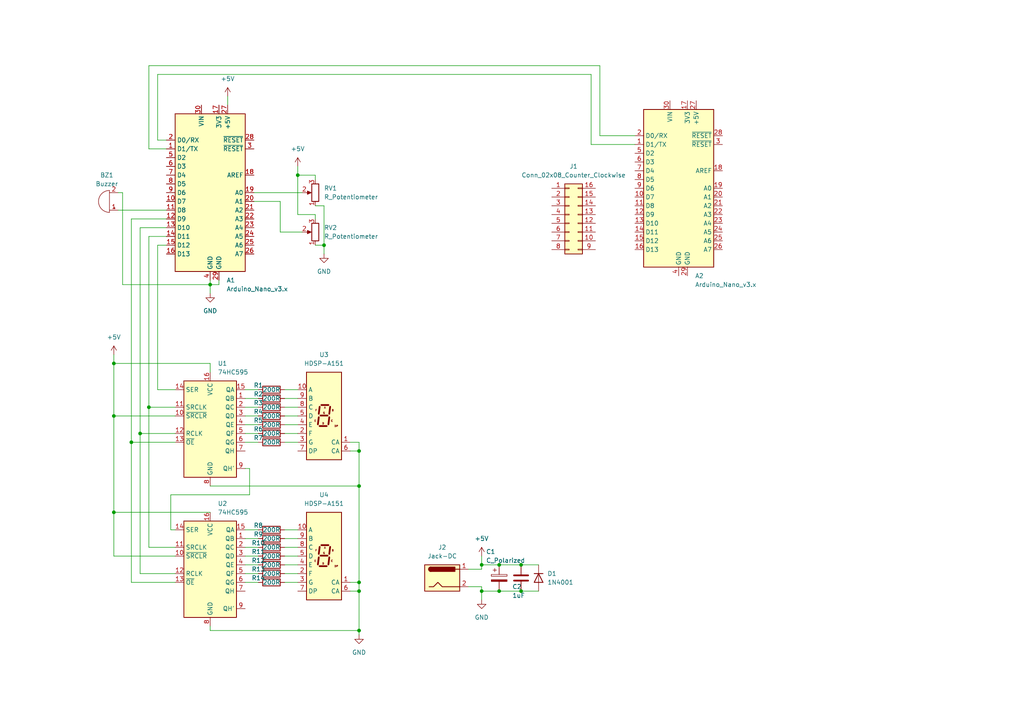
<source format=kicad_sch>
(kicad_sch (version 20230121) (generator eeschema)
  (paper "A4")
  (lib_symbols
    (symbol "74xx:74HC595"
      (property "Reference" "U" (at -7.62 13.97 0))
      (property "Value" "74HC595" (at -7.62 -16.51 0))
      (symbol "74HC595_1_0"
        (pin tri_state line (at 10.16 7.62 180) (length 2.54) (name "QB") (number "1"))
        (pin input line (at -10.16 2.54 0) (length 2.54) (name "~{SRCLR}") (number "10"))
        (pin input line (at -10.16 5.08 0) (length 2.54) (name "SRCLK") (number "11"))
        (pin input line (at -10.16 -2.54 0) (length 2.54) (name "RCLK") (number "12"))
        (pin input line (at -10.16 -5.08 0) (length 2.54) (name "~{OE}") (number "13"))
        (pin input line (at -10.16 10.16 0) (length 2.54) (name "SER") (number "14"))
        (pin tri_state line (at 10.16 10.16 180) (length 2.54) (name "QA") (number "15"))
        (pin power_in line (at 0 15.24 270) (length 2.54) (name "VCC") (number "16"))
        (pin tri_state line (at 10.16 5.08 180) (length 2.54) (name "QC") (number "2"))
        (pin tri_state line (at 10.16 2.54 180) (length 2.54) (name "QD") (number "3"))
        (pin tri_state line (at 10.16 0 180) (length 2.54) (name "QE") (number "4"))
        (pin tri_state line (at 10.16 -2.54 180) (length 2.54) (name "QF") (number "5"))
        (pin tri_state line (at 10.16 -5.08 180) (length 2.54) (name "QG") (number "6"))
        (pin tri_state line (at 10.16 -7.62 180) (length 2.54) (name "QH") (number "7"))
        (pin power_in line (at 0 -17.78 90) (length 2.54) (name "GND") (number "8"))
        (pin output line (at 10.16 -12.7 180) (length 2.54) (name "QH'") (number "9"))
      )
      (symbol "74HC595_1_1"
        (rectangle (start -7.62 12.7) (end 7.62 -15.24) (stroke (width 0.254)) (fill (type background)))
      )
    )
    (symbol "Connector:Jack-DC" (pin_names (offset 1.016))
      (property "Reference" "J" (at 0 5.334 0))
      (property "Value" "Jack-DC" (at 0 -5.08 0))
      (symbol "Jack-DC_0_1"
        (rectangle (start -5.08 3.81) (end 5.08 -3.81) (stroke (width 0.254)) (fill (type background)))
        (arc (start -3.302 3.175) (mid -3.9343 2.54) (end -3.302 1.905) (stroke (width 0.254)))
        (arc (start -3.302 3.175) (mid -3.9343 2.54) (end -3.302 1.905) (stroke (width 0.254)) (fill (type outline)))
        (polyline (pts (xy 5.08 2.54) (xy 3.81 2.54)) (stroke (width 0.254)))
        (polyline (pts (xy -3.81 -2.54) (xy -2.54 -2.54) (xy -1.27 -1.27) (xy 0 -2.54) (xy 2.54 -2.54) (xy 5.08 -2.54)) (stroke (width 0.254)))
        (rectangle (start 3.683 3.175) (end -3.302 1.905) (stroke (width 0.254)) (fill (type outline)))
      )
      (symbol "Jack-DC_1_1"
        (pin passive line (at 7.62 2.54 180) (length 2.54) (name "~") (number "1"))
        (pin passive line (at 7.62 -2.54 180) (length 2.54) (name "~") (number "2"))
      )
    )
    (symbol "Connector_Generic:Conn_02x08_Counter_Clockwise" (pin_names (offset 1.016) hide)
      (property "Reference" "J" (at 1.27 10.16 0))
      (property "Value" "Conn_02x08_Counter_Clockwise" (at 1.27 -12.7 0))
      (symbol "Conn_02x08_Counter_Clockwise_1_1"
        (rectangle (start -1.27 -10.033) (end 0 -10.287) (stroke (width 0.1524)))
        (rectangle (start -1.27 -7.493) (end 0 -7.747) (stroke (width 0.1524)))
        (rectangle (start -1.27 -4.953) (end 0 -5.207) (stroke (width 0.1524)))
        (rectangle (start -1.27 -2.413) (end 0 -2.667) (stroke (width 0.1524)))
        (rectangle (start -1.27 0.127) (end 0 -0.127) (stroke (width 0.1524)))
        (rectangle (start -1.27 2.667) (end 0 2.413) (stroke (width 0.1524)))
        (rectangle (start -1.27 5.207) (end 0 4.953) (stroke (width 0.1524)))
        (rectangle (start -1.27 7.747) (end 0 7.493) (stroke (width 0.1524)))
        (rectangle (start -1.27 8.89) (end 3.81 -11.43) (stroke (width 0.254)) (fill (type background)))
        (rectangle (start 3.81 -10.033) (end 2.54 -10.287) (stroke (width 0.1524)))
        (rectangle (start 3.81 -7.493) (end 2.54 -7.747) (stroke (width 0.1524)))
        (rectangle (start 3.81 -4.953) (end 2.54 -5.207) (stroke (width 0.1524)))
        (rectangle (start 3.81 -2.413) (end 2.54 -2.667) (stroke (width 0.1524)))
        (rectangle (start 3.81 0.127) (end 2.54 -0.127) (stroke (width 0.1524)))
        (rectangle (start 3.81 2.667) (end 2.54 2.413) (stroke (width 0.1524)))
        (rectangle (start 3.81 5.207) (end 2.54 4.953) (stroke (width 0.1524)))
        (rectangle (start 3.81 7.747) (end 2.54 7.493) (stroke (width 0.1524)))
        (pin passive line (at -5.08 7.62 0) (length 3.81) (name "Pin_1") (number "1"))
        (pin passive line (at 7.62 -7.62 180) (length 3.81) (name "Pin_10") (number "10"))
        (pin passive line (at 7.62 -5.08 180) (length 3.81) (name "Pin_11") (number "11"))
        (pin passive line (at 7.62 -2.54 180) (length 3.81) (name "Pin_12") (number "12"))
        (pin passive line (at 7.62 0 180) (length 3.81) (name "Pin_13") (number "13"))
        (pin passive line (at 7.62 2.54 180) (length 3.81) (name "Pin_14") (number "14"))
        (pin passive line (at 7.62 5.08 180) (length 3.81) (name "Pin_15") (number "15"))
        (pin passive line (at 7.62 7.62 180) (length 3.81) (name "Pin_16") (number "16"))
        (pin passive line (at -5.08 5.08 0) (length 3.81) (name "Pin_2") (number "2"))
        (pin passive line (at -5.08 2.54 0) (length 3.81) (name "Pin_3") (number "3"))
        (pin passive line (at -5.08 0 0) (length 3.81) (name "Pin_4") (number "4"))
        (pin passive line (at -5.08 -2.54 0) (length 3.81) (name "Pin_5") (number "5"))
        (pin passive line (at -5.08 -5.08 0) (length 3.81) (name "Pin_6") (number "6"))
        (pin passive line (at -5.08 -7.62 0) (length 3.81) (name "Pin_7") (number "7"))
        (pin passive line (at -5.08 -10.16 0) (length 3.81) (name "Pin_8") (number "8"))
        (pin passive line (at 7.62 -10.16 180) (length 3.81) (name "Pin_9") (number "9"))
      )
    )
    (symbol "Device:Buzzer" (pin_names (offset 0.0254) hide)
      (property "Reference" "BZ" (at 3.81 1.27 0))
      (property "Value" "Buzzer" (at 3.81 -1.27 0))
      (symbol "Buzzer_0_1"
        (arc (start 0 -3.175) (mid 3.1612 0) (end 0 3.175))
        (polyline (pts (xy -1.651 1.905) (xy -1.143 1.905)))
        (polyline (pts (xy -1.397 2.159) (xy -1.397 1.651)))
        (polyline (pts (xy 0 3.175) (xy 0 -3.175)))
      )
      (symbol "Buzzer_1_1"
        (pin passive line (at -2.54 2.54 0) (length 2.54) (name "-") (number "1"))
        (pin passive line (at -2.54 -2.54 0) (length 2.54) (name "+") (number "2"))
      )
    )
    (symbol "Device:C" (pin_numbers hide) (pin_names (offset 0.254))
      (property "Reference" "C" (at 0.635 2.54 0))
      (property "Value" "C" (at 0.635 -2.54 0))
      (symbol "C_0_1"
        (polyline (pts (xy -2.032 -0.762) (xy 2.032 -0.762)) (stroke (width 0.508)))
        (polyline (pts (xy -2.032 0.762) (xy 2.032 0.762)) (stroke (width 0.508)))
      )
      (symbol "C_1_1"
        (pin passive line (at 0 3.81 270) (length 2.794) (name "~") (number "1"))
        (pin passive line (at 0 -3.81 90) (length 2.794) (name "~") (number "2"))
      )
    )
    (symbol "Device:C_Polarized" (pin_numbers hide) (pin_names (offset 0.254))
      (property "Reference" "C" (at 0.635 2.54 0))
      (property "Value" "C_Polarized" (at 0.635 -2.54 0))
      (symbol "C_Polarized_0_1"
        (rectangle (start -2.286 0.508) (end 2.286 1.016))
        (polyline (pts (xy -1.778 2.286) (xy -0.762 2.286)))
        (polyline (pts (xy -1.27 2.794) (xy -1.27 1.778)))
        (rectangle (start 2.286 -0.508) (end -2.286 -1.016) (fill (type outline)))
      )
      (symbol "C_Polarized_1_1"
        (pin passive line (at 0 3.81 270) (length 2.794) (name "~") (number "1"))
        (pin passive line (at 0 -3.81 90) (length 2.794) (name "~") (number "2"))
      )
    )
    (symbol "Device:R" (pin_numbers hide) (pin_names (offset 0))
      (property "Reference" "R" (at 2.032 0 90))
      (property "Value" "R" (at 0 0 90))
      (symbol "R_0_1"
        (rectangle (start -1.016 -2.54) (end 1.016 2.54) (stroke (width 0.254)))
      )
      (symbol "R_1_1"
        (pin passive line (at 0 3.81 270) (length 1.27) (name "~") (number "1"))
        (pin passive line (at 0 -3.81 90) (length 1.27) (name "~") (number "2"))
      )
    )
    (symbol "Device:R_Potentiometer" (pin_names (offset 1.016) hide)
      (property "Reference" "RV" (at -4.445 0 90))
      (property "Value" "R_Potentiometer" (at -2.54 0 90))
      (symbol "R_Potentiometer_0_1"
        (polyline (pts (xy 2.54 0) (xy 1.524 0)))
        (polyline (pts (xy 1.143 0) (xy 2.286 0.508) (xy 2.286 -0.508) (xy 1.143 0)) (fill (type outline)))
        (rectangle (start 1.016 2.54) (end -1.016 -2.54) (stroke (width 0.254)))
      )
      (symbol "R_Potentiometer_1_1"
        (pin passive line (at 0 3.81 270) (length 1.27) (name "1") (number "1"))
        (pin passive line (at 3.81 0 180) (length 1.27) (name "2") (number "2"))
        (pin passive line (at 0 -3.81 90) (length 1.27) (name "3") (number "3"))
      )
    )
    (symbol "Diode:1N4001" (pin_numbers hide) (pin_names hide)
      (property "Reference" "D" (at 0 2.54 0))
      (property "Value" "1N4001" (at 0 -2.54 0))
      (symbol "1N4001_0_1"
        (polyline (pts (xy -1.27 1.27) (xy -1.27 -1.27)) (stroke (width 0.254)))
        (polyline (pts (xy 1.27 0) (xy -1.27 0)))
        (polyline (pts (xy 1.27 1.27) (xy 1.27 -1.27) (xy -1.27 0) (xy 1.27 1.27)) (stroke (width 0.254)))
      )
      (symbol "1N4001_1_1"
        (pin passive line (at -3.81 0 0) (length 2.54) (name "K") (number "1"))
        (pin passive line (at 3.81 0 180) (length 2.54) (name "A") (number "2"))
      )
    )
    (symbol "Display_Character:HDSP-A151"
      (property "Reference" "U" (at -3.81 13.97 0))
      (property "Value" "HDSP-A151" (at 6.35 13.97 0))
      (symbol "HDSP-A151_1_0"
        (text "A" (at 0.254 2.413 0) (effects (font (size 0.508 0.508))))
        (text "B" (at 2.54 1.651 0) (effects (font (size 0.508 0.508))))
        (text "C" (at 2.286 -1.397 0) (effects (font (size 0.508 0.508))))
        (text "D" (at -0.254 -2.159 0) (effects (font (size 0.508 0.508))))
        (text "DP" (at 3.556 -2.921 0) (effects (font (size 0.508 0.508))))
        (text "E" (at -2.54 -1.397 0) (effects (font (size 0.508 0.508))))
        (text "F" (at -2.286 1.651 0) (effects (font (size 0.508 0.508))))
        (text "G" (at 0 0.889 0) (effects (font (size 0.508 0.508))))
      )
      (symbol "HDSP-A151_1_1"
        (rectangle (start -5.08 12.7) (end 5.08 -12.7) (stroke (width 0.254)) (fill (type background)))
        (polyline (pts (xy -1.524 -0.381) (xy -1.778 -2.413)) (stroke (width 0.508)))
        (polyline (pts (xy -1.27 -2.921) (xy 0.762 -2.921)) (stroke (width 0.508)))
        (polyline (pts (xy -1.27 2.667) (xy -1.524 0.635)) (stroke (width 0.508)))
        (polyline (pts (xy -1.016 0.127) (xy 1.016 0.127)) (stroke (width 0.508)))
        (polyline (pts (xy -0.762 3.175) (xy 1.27 3.175)) (stroke (width 0.508)))
        (polyline (pts (xy 1.524 -0.381) (xy 1.27 -2.413)) (stroke (width 0.508)))
        (polyline (pts (xy 1.778 2.667) (xy 1.524 0.635)) (stroke (width 0.508)))
        (polyline (pts (xy 2.54 -2.921) (xy 2.54 -2.921)) (stroke (width 0.508)))
        (pin input line (at 7.62 -7.62 180) (length 2.54) (name "CA") (number "1"))
        (pin input line (at -7.62 7.62 0) (length 2.54) (name "A") (number "10"))
        (pin input line (at -7.62 -5.08 0) (length 2.54) (name "F") (number "2"))
        (pin input line (at -7.62 -7.62 0) (length 2.54) (name "G") (number "3"))
        (pin input line (at -7.62 -2.54 0) (length 2.54) (name "E") (number "4"))
        (pin input line (at -7.62 0 0) (length 2.54) (name "D") (number "5"))
        (pin input line (at 7.62 -10.16 180) (length 2.54) (name "CA") (number "6"))
        (pin input line (at -7.62 -10.16 0) (length 2.54) (name "DP") (number "7"))
        (pin input line (at -7.62 2.54 0) (length 2.54) (name "C") (number "8"))
        (pin input line (at -7.62 5.08 0) (length 2.54) (name "B") (number "9"))
      )
    )
    (symbol "MCU_Module:Arduino_Nano_v3.x"
      (property "Reference" "A" (at -10.16 23.495 0))
      (property "Value" "Arduino_Nano_v3.x" (at 5.08 -24.13 0))
      (symbol "Arduino_Nano_v3.x_0_1"
        (rectangle (start -10.16 22.86) (end 10.16 -22.86) (stroke (width 0.254)) (fill (type background)))
      )
      (symbol "Arduino_Nano_v3.x_1_1"
        (pin bidirectional line (at -12.7 12.7 0) (length 2.54) (name "D1/TX") (number "1"))
        (pin bidirectional line (at -12.7 -2.54 0) (length 2.54) (name "D7") (number "10"))
        (pin bidirectional line (at -12.7 -5.08 0) (length 2.54) (name "D8") (number "11"))
        (pin bidirectional line (at -12.7 -7.62 0) (length 2.54) (name "D9") (number "12"))
        (pin bidirectional line (at -12.7 -10.16 0) (length 2.54) (name "D10") (number "13"))
        (pin bidirectional line (at -12.7 -12.7 0) (length 2.54) (name "D11") (number "14"))
        (pin bidirectional line (at -12.7 -15.24 0) (length 2.54) (name "D12") (number "15"))
        (pin bidirectional line (at -12.7 -17.78 0) (length 2.54) (name "D13") (number "16"))
        (pin power_out line (at 2.54 25.4 270) (length 2.54) (name "3V3") (number "17"))
        (pin input line (at 12.7 5.08 180) (length 2.54) (name "AREF") (number "18"))
        (pin bidirectional line (at 12.7 0 180) (length 2.54) (name "A0") (number "19"))
        (pin bidirectional line (at -12.7 15.24 0) (length 2.54) (name "D0/RX") (number "2"))
        (pin bidirectional line (at 12.7 -2.54 180) (length 2.54) (name "A1") (number "20"))
        (pin bidirectional line (at 12.7 -5.08 180) (length 2.54) (name "A2") (number "21"))
        (pin bidirectional line (at 12.7 -7.62 180) (length 2.54) (name "A3") (number "22"))
        (pin bidirectional line (at 12.7 -10.16 180) (length 2.54) (name "A4") (number "23"))
        (pin bidirectional line (at 12.7 -12.7 180) (length 2.54) (name "A5") (number "24"))
        (pin bidirectional line (at 12.7 -15.24 180) (length 2.54) (name "A6") (number "25"))
        (pin bidirectional line (at 12.7 -17.78 180) (length 2.54) (name "A7") (number "26"))
        (pin power_out line (at 5.08 25.4 270) (length 2.54) (name "+5V") (number "27"))
        (pin input line (at 12.7 15.24 180) (length 2.54) (name "~{RESET}") (number "28"))
        (pin power_in line (at 2.54 -25.4 90) (length 2.54) (name "GND") (number "29"))
        (pin input line (at 12.7 12.7 180) (length 2.54) (name "~{RESET}") (number "3"))
        (pin power_in line (at -2.54 25.4 270) (length 2.54) (name "VIN") (number "30"))
        (pin power_in line (at 0 -25.4 90) (length 2.54) (name "GND") (number "4"))
        (pin bidirectional line (at -12.7 10.16 0) (length 2.54) (name "D2") (number "5"))
        (pin bidirectional line (at -12.7 7.62 0) (length 2.54) (name "D3") (number "6"))
        (pin bidirectional line (at -12.7 5.08 0) (length 2.54) (name "D4") (number "7"))
        (pin bidirectional line (at -12.7 2.54 0) (length 2.54) (name "D5") (number "8"))
        (pin bidirectional line (at -12.7 0 0) (length 2.54) (name "D6") (number "9"))
      )
    )
    (symbol "power:+5V" (power) (pin_names (offset 0))
      (property "Value" "+5V" (at 0 3.556 0))
      (symbol "+5V_0_1"
        (polyline (pts (xy -0.762 1.27) (xy 0 2.54)))
        (polyline (pts (xy 0 0) (xy 0 2.54)))
        (polyline (pts (xy 0 2.54) (xy 0.762 1.27)))
      )
      (symbol "+5V_1_1"
        (pin power_in line (at 0 0 90) (length 0) hide (name "+5V") (number "1"))
      )
    )
    (symbol "power:GND" (power) (pin_names (offset 0))
      (property "Value" "GND" (at 0 -3.81 0))
      (symbol "GND_0_1"
        (polyline (pts (xy 0 0) (xy 0 -1.27) (xy 1.27 -1.27) (xy 0 -2.54) (xy -1.27 -1.27) (xy 0 -1.27)))
      )
      (symbol "GND_1_1"
        (pin power_in line (at 0 0 270) (length 0) hide (name "GND") (number "1"))
      )
    )
  )
  (junction (at 43.18 118.11))
  (junction (at 33.02 105.41))
  (junction (at 104.14 140.97))
  (junction (at 60.96 82.55))
  (junction (at 139.7 163.83))
  (junction (at 93.98 71.12))
  (junction (at 86.36 50.8))
  (junction (at 38.1 128.27))
  (junction (at 104.14 182.88))
  (junction (at 33.02 120.65))
  (junction (at 144.78 171.45))
  (junction (at 139.7 171.45))
  (junction (at 40.64 125.73))
  (junction (at 33.02 148.59))
  (junction (at 104.14 130.81))
  (junction (at 151.13 163.83))
  (junction (at 144.78 163.83))
  (junction (at 104.14 168.91))
  (junction (at 104.14 171.45))
  (junction (at 151.13 171.45))
  (wire (pts (xy 71.12 128.27) (xy 74.93 128.27)))
  (wire (pts (xy 82.55 120.65) (xy 86.36 120.65)))
  (wire (pts (xy 151.13 163.83) (xy 156.21 163.83)))
  (wire (pts (xy 43.18 43.18) (xy 48.26 43.18)))
  (wire (pts (xy 139.7 170.18) (xy 139.7 171.45)))
  (wire (pts (xy 43.18 118.11) (xy 43.18 158.75)))
  (wire (pts (xy 173.99 19.05) (xy 43.18 19.05)))
  (wire (pts (xy 93.98 59.69) (xy 91.44 59.69)))
  (wire (pts (xy 82.55 158.75) (xy 86.36 158.75)))
  (wire (pts (xy 60.96 85.09) (xy 60.96 82.55)))
  (wire (pts (xy 43.18 118.11) (xy 50.8 118.11)))
  (wire (pts (xy 104.14 140.97) (xy 104.14 168.91)))
  (wire (pts (xy 71.12 156.21) (xy 74.93 156.21)))
  (wire (pts (xy 48.26 68.58) (xy 43.18 68.58)))
  (wire (pts (xy 101.6 168.91) (xy 104.14 168.91)))
  (wire (pts (xy 66.04 27.94) (xy 66.04 30.48)))
  (wire (pts (xy 34.29 60.96) (xy 48.26 60.96)))
  (wire (pts (xy 184.15 39.37) (xy 173.99 39.37)))
  (wire (pts (xy 60.96 181.61) (xy 60.96 182.88)))
  (wire (pts (xy 71.12 163.83) (xy 74.93 163.83)))
  (wire (pts (xy 81.28 58.42) (xy 73.66 58.42)))
  (wire (pts (xy 71.12 161.29) (xy 74.93 161.29)))
  (wire (pts (xy 45.72 21.59) (xy 171.45 21.59)))
  (wire (pts (xy 93.98 71.12) (xy 93.98 59.69)))
  (wire (pts (xy 91.44 62.23) (xy 91.44 63.5)))
  (wire (pts (xy 91.44 50.8) (xy 86.36 50.8)))
  (wire (pts (xy 139.7 163.83) (xy 144.78 163.83)))
  (wire (pts (xy 60.96 140.97) (xy 104.14 140.97)))
  (wire (pts (xy 139.7 171.45) (xy 139.7 173.99)))
  (wire (pts (xy 71.12 115.57) (xy 74.93 115.57)))
  (wire (pts (xy 34.29 55.88) (xy 35.56 55.88)))
  (wire (pts (xy 71.12 168.91) (xy 74.93 168.91)))
  (wire (pts (xy 82.55 115.57) (xy 86.36 115.57)))
  (wire (pts (xy 60.96 81.28) (xy 60.96 82.55)))
  (wire (pts (xy 40.64 125.73) (xy 50.8 125.73)))
  (wire (pts (xy 50.8 161.29) (xy 33.02 161.29)))
  (wire (pts (xy 171.45 41.91) (xy 184.15 41.91)))
  (wire (pts (xy 33.02 105.41) (xy 60.96 105.41)))
  (wire (pts (xy 71.12 118.11) (xy 74.93 118.11)))
  (wire (pts (xy 86.36 62.23) (xy 91.44 62.23)))
  (wire (pts (xy 82.55 163.83) (xy 86.36 163.83)))
  (wire (pts (xy 38.1 128.27) (xy 38.1 63.5)))
  (wire (pts (xy 104.14 128.27) (xy 104.14 130.81)))
  (wire (pts (xy 135.89 170.18) (xy 139.7 170.18)))
  (wire (pts (xy 38.1 168.91) (xy 50.8 168.91)))
  (wire (pts (xy 72.39 135.89) (xy 72.39 143.51)))
  (wire (pts (xy 71.12 113.03) (xy 74.93 113.03)))
  (wire (pts (xy 38.1 128.27) (xy 38.1 168.91)))
  (wire (pts (xy 43.18 19.05) (xy 43.18 43.18)))
  (wire (pts (xy 43.18 68.58) (xy 43.18 118.11)))
  (wire (pts (xy 50.8 113.03) (xy 45.72 113.03)))
  (wire (pts (xy 135.89 165.1) (xy 139.7 165.1)))
  (wire (pts (xy 139.7 171.45) (xy 144.78 171.45)))
  (wire (pts (xy 86.36 50.8) (xy 86.36 62.23)))
  (wire (pts (xy 82.55 125.73) (xy 86.36 125.73)))
  (wire (pts (xy 87.63 67.31) (xy 81.28 67.31)))
  (wire (pts (xy 82.55 161.29) (xy 86.36 161.29)))
  (wire (pts (xy 101.6 128.27) (xy 104.14 128.27)))
  (wire (pts (xy 71.12 158.75) (xy 74.93 158.75)))
  (wire (pts (xy 91.44 52.07) (xy 91.44 50.8)))
  (wire (pts (xy 73.66 55.88) (xy 87.63 55.88)))
  (wire (pts (xy 104.14 130.81) (xy 104.14 140.97)))
  (wire (pts (xy 40.64 66.04) (xy 48.26 66.04)))
  (wire (pts (xy 49.53 143.51) (xy 49.53 153.67)))
  (wire (pts (xy 82.55 153.67) (xy 86.36 153.67)))
  (wire (pts (xy 45.72 40.64) (xy 45.72 21.59)))
  (wire (pts (xy 81.28 67.31) (xy 81.28 58.42)))
  (wire (pts (xy 82.55 156.21) (xy 86.36 156.21)))
  (wire (pts (xy 144.78 171.45) (xy 151.13 171.45)))
  (wire (pts (xy 82.55 168.91) (xy 86.36 168.91)))
  (wire (pts (xy 35.56 55.88) (xy 35.56 82.55)))
  (wire (pts (xy 104.14 171.45) (xy 104.14 182.88)))
  (wire (pts (xy 71.12 166.37) (xy 74.93 166.37)))
  (wire (pts (xy 82.55 123.19) (xy 86.36 123.19)))
  (wire (pts (xy 71.12 125.73) (xy 74.93 125.73)))
  (wire (pts (xy 45.72 113.03) (xy 45.72 71.12)))
  (wire (pts (xy 82.55 166.37) (xy 86.36 166.37)))
  (wire (pts (xy 139.7 163.83) (xy 139.7 161.29)))
  (wire (pts (xy 60.96 82.55) (xy 63.5 82.55)))
  (wire (pts (xy 50.8 128.27) (xy 38.1 128.27)))
  (wire (pts (xy 60.96 148.59) (xy 33.02 148.59)))
  (wire (pts (xy 101.6 171.45) (xy 104.14 171.45)))
  (wire (pts (xy 93.98 73.66) (xy 93.98 71.12)))
  (wire (pts (xy 33.02 120.65) (xy 33.02 105.41)))
  (wire (pts (xy 63.5 82.55) (xy 63.5 81.28)))
  (wire (pts (xy 50.8 120.65) (xy 33.02 120.65)))
  (wire (pts (xy 71.12 120.65) (xy 74.93 120.65)))
  (wire (pts (xy 173.99 39.37) (xy 173.99 19.05)))
  (wire (pts (xy 43.18 158.75) (xy 50.8 158.75)))
  (wire (pts (xy 40.64 125.73) (xy 40.64 66.04)))
  (wire (pts (xy 144.78 163.83) (xy 151.13 163.83)))
  (wire (pts (xy 71.12 153.67) (xy 74.93 153.67)))
  (wire (pts (xy 35.56 82.55) (xy 60.96 82.55)))
  (wire (pts (xy 104.14 182.88) (xy 104.14 184.15)))
  (wire (pts (xy 82.55 113.03) (xy 86.36 113.03)))
  (wire (pts (xy 101.6 130.81) (xy 104.14 130.81)))
  (wire (pts (xy 60.96 105.41) (xy 60.96 107.95)))
  (wire (pts (xy 40.64 166.37) (xy 40.64 125.73)))
  (wire (pts (xy 93.98 71.12) (xy 91.44 71.12)))
  (wire (pts (xy 72.39 143.51) (xy 49.53 143.51)))
  (wire (pts (xy 50.8 166.37) (xy 40.64 166.37)))
  (wire (pts (xy 151.13 171.45) (xy 156.21 171.45)))
  (wire (pts (xy 33.02 102.87) (xy 33.02 105.41)))
  (wire (pts (xy 171.45 21.59) (xy 171.45 41.91)))
  (wire (pts (xy 139.7 165.1) (xy 139.7 163.83)))
  (wire (pts (xy 45.72 71.12) (xy 48.26 71.12)))
  (wire (pts (xy 82.55 118.11) (xy 86.36 118.11)))
  (wire (pts (xy 33.02 161.29) (xy 33.02 148.59)))
  (wire (pts (xy 38.1 63.5) (xy 48.26 63.5)))
  (wire (pts (xy 60.96 182.88) (xy 104.14 182.88)))
  (wire (pts (xy 33.02 148.59) (xy 33.02 120.65)))
  (wire (pts (xy 71.12 135.89) (xy 72.39 135.89)))
  (wire (pts (xy 104.14 168.91) (xy 104.14 171.45)))
  (wire (pts (xy 71.12 123.19) (xy 74.93 123.19)))
  (wire (pts (xy 49.53 153.67) (xy 50.8 153.67)))
  (wire (pts (xy 86.36 48.26) (xy 86.36 50.8)))
  (wire (pts (xy 48.26 40.64) (xy 45.72 40.64)))
  (wire (pts (xy 82.55 128.27) (xy 86.36 128.27)))
  (symbol (lib_id "Device:R") (at 78.74 156.21 90) (unit 1)
    (property "Reference" "R9" (at 74.93 154.94 90))
    (property "Value" "200R" (at 78.74 156.21 90))
  )
  (symbol (lib_id "power:+5V") (at 33.02 102.87 0) (unit 1)
    (property "Reference" "#PWR02" (effects hide))
    (property "Value" "+5V" (at 33.02 97.79 0))
  )
  (symbol (lib_id "74xx:74HC595") (at 60.96 163.83 0) (unit 1)
    (property "Reference" "U2" (at 63.1541 146.05 0) (effects (justify left)))
    (property "Value" "74HC595" (at 63.1541 148.59 0) (effects (justify left)))
    (property "Datasheet" "http://www.ti.com/lit/ds/symlink/sn74hc595.pdf" (effects hide))
  )
  (symbol (lib_id "74xx:74HC595") (at 60.96 123.19 0) (unit 1)
    (property "Reference" "U1" (at 63.1541 105.41 0) (effects (justify left)))
    (property "Value" "74HC595" (at 63.1541 107.95 0) (effects (justify left)))
    (property "Datasheet" "http://www.ti.com/lit/ds/symlink/sn74hc595.pdf" (effects hide))
  )
  (symbol (lib_id "power:+5V") (at 86.36 48.26 0) (unit 1)
    (property "Reference" "#PWR05" (effects hide))
    (property "Value" "+5V" (at 86.36 43.18 0))
  )
  (symbol (lib_id "power:GND") (at 93.98 73.66 0) (unit 1)
    (property "Reference" "#PWR06" (effects hide))
    (property "Value" "GND" (at 93.98 78.74 0))
  )
  (symbol (lib_id "power:GND") (at 104.14 184.15 0) (unit 1)
    (property "Reference" "#PWR01" (effects hide))
    (property "Value" "GND" (at 104.14 189.23 0))
  )
  (symbol (lib_id "Device:R") (at 78.74 128.27 90) (unit 1)
    (property "Reference" "R7" (at 74.93 127 90))
    (property "Value" "200R" (at 78.74 128.27 90))
  )
  (symbol (lib_id "Connector:Jack-DC") (at 128.27 167.64 0) (unit 1)
    (property "Reference" "J2" (at 128.27 158.75 0))
    (property "Value" "Jack-DC" (at 128.27 161.29 0))
  )
  (symbol (lib_id "Device:R_Potentiometer") (at 91.44 67.31 180) (unit 1)
    (property "Reference" "RV2" (at 93.98 66.04 0) (effects (justify right)))
    (property "Value" "R_Potentiometer" (at 93.98 68.58 0) (effects (justify right)))
  )
  (symbol (lib_id "Display_Character:HDSP-A151") (at 93.98 161.29 0) (unit 1)
    (property "Reference" "U4" (at 93.98 143.51 0))
    (property "Value" "HDSP-A151" (at 93.98 146.05 0))
    (property "Footprint" "Display_7Segment:HDSP-A151" (effects hide))
    (property "Datasheet" "https://docs.broadcom.com/docs/AV02-2553EN" (effects hide))
  )
  (symbol (lib_id "Device:Buzzer") (at 31.75 58.42 180) (unit 1)
    (property "Reference" "BZ1" (at 30.9949 50.8 0))
    (property "Value" "Buzzer" (at 30.9949 53.34 0))
  )
  (symbol (lib_id "Device:C_Polarized") (at 144.78 167.64 0) (unit 1)
    (property "Reference" "C1" (at 140.97 160.02 0) (effects (justify left)))
    (property "Value" "C_Polarized" (at 140.97 162.56 0) (effects (justify left)))
  )
  (symbol (lib_id "Device:C") (at 151.13 167.64 0) (unit 1)
    (property "Reference" "C2" (at 148.59 170.18 0) (effects (justify left)))
    (property "Value" "1uF" (at 148.59 172.72 0) (effects (justify left)))
  )
  (symbol (lib_id "Display_Character:HDSP-A151") (at 93.98 120.65 0) (unit 1)
    (property "Reference" "U3" (at 93.98 102.87 0))
    (property "Value" "HDSP-A151" (at 93.98 105.41 0))
    (property "Footprint" "Display_7Segment:HDSP-A151" (effects hide))
    (property "Datasheet" "https://docs.broadcom.com/docs/AV02-2553EN" (effects hide))
  )
  (symbol (lib_id "power:GND") (at 139.7 173.99 0) (unit 1)
    (property "Reference" "#PWR03" (effects hide))
    (property "Value" "GND" (at 139.7 179.07 0))
  )
  (symbol (lib_id "power:+5V") (at 139.7 161.29 0) (unit 1)
    (property "Reference" "#PWR04" (effects hide))
    (property "Value" "+5V" (at 139.7 156.21 0))
  )
  (symbol (lib_id "Device:R") (at 78.74 166.37 90) (unit 1)
    (property "Reference" "R13" (at 74.93 165.1 90))
    (property "Value" "200R" (at 78.74 166.37 90))
  )
  (symbol (lib_id "Device:R") (at 78.74 120.65 90) (unit 1)
    (property "Reference" "R4" (at 74.93 119.38 90))
    (property "Value" "200R" (at 78.74 120.65 90))
  )
  (symbol (lib_id "Connector_Generic:Conn_02x08_Counter_Clockwise") (at 165.1 62.23 0) (unit 1)
    (property "Reference" "J1" (at 166.37 48.26 0))
    (property "Value" "Conn_02x08_Counter_Clockwise" (at 166.37 50.8 0))
  )
  (symbol (lib_id "Device:R") (at 78.74 113.03 90) (unit 1)
    (property "Reference" "R1" (at 74.93 111.76 90))
    (property "Value" "200R" (at 78.74 113.03 90))
  )
  (symbol (lib_id "Device:R") (at 78.74 115.57 90) (unit 1)
    (property "Reference" "R2" (at 74.93 114.3 90))
    (property "Value" "200R" (at 78.74 115.57 90))
  )
  (symbol (lib_id "Device:R") (at 78.74 118.11 90) (unit 1)
    (property "Reference" "R3" (at 74.93 116.84 90))
    (property "Value" "200R" (at 78.74 118.11 90))
  )
  (symbol (lib_id "Diode:1N4001") (at 156.21 167.64 270) (unit 1)
    (property "Reference" "D1" (at 158.75 166.37 90) (effects (justify left)))
    (property "Value" "1N4001" (at 158.75 168.91 90) (effects (justify left)))
    (property "Footprint" "Diode_THT:D_DO-41_SOD81_P10.16mm_Horizontal" (effects hide))
    (property "Datasheet" "http://www.vishay.com/docs/88503/1n4001.pdf" (effects hide))
    (property "Sim.Device" "D" (effects hide))
    (property "Sim.Pins" "1=K 2=A" (effects hide))
  )
  (symbol (lib_id "Device:R_Potentiometer") (at 91.44 55.88 180) (unit 1)
    (property "Reference" "RV1" (at 93.98 54.61 0) (effects (justify right)))
    (property "Value" "R_Potentiometer" (at 93.98 57.15 0) (effects (justify right)))
  )
  (symbol (lib_id "Device:R") (at 78.74 161.29 90) (unit 1)
    (property "Reference" "R11" (at 74.93 160.02 90))
    (property "Value" "200R" (at 78.74 161.29 90))
  )
  (symbol (lib_id "Device:R") (at 78.74 153.67 90) (unit 1)
    (property "Reference" "R8" (at 74.93 152.4 90))
    (property "Value" "200R" (at 78.74 153.67 90))
  )
  (symbol (lib_id "MCU_Module:Arduino_Nano_v3.x") (at 60.96 55.88 0) (unit 1)
    (property "Reference" "A1" (at 65.6941 81.28 0) (effects (justify left)))
    (property "Value" "Arduino_Nano_v3.x" (at 65.6941 83.82 0) (effects (justify left)))
    (property "Footprint" "Module:Arduino_Nano" (effects hide))
    (property "Datasheet" "http://www.mouser.com/pdfdocs/Gravitech_Arduino_Nano3_0.pdf" (effects hide))
  )
  (symbol (lib_id "power:GND") (at 60.96 85.09 0) (unit 1)
    (property "Reference" "#PWR07" (effects hide))
    (property "Value" "GND" (at 60.96 90.17 0))
  )
  (symbol (lib_id "Device:R") (at 78.74 125.73 90) (unit 1)
    (property "Reference" "R6" (at 74.93 124.46 90))
    (property "Value" "200R" (at 78.74 125.73 90))
  )
  (symbol (lib_id "Device:R") (at 78.74 163.83 90) (unit 1)
    (property "Reference" "R12" (at 74.93 162.56 90))
    (property "Value" "200R" (at 78.74 163.83 90))
  )
  (symbol (lib_id "MCU_Module:Arduino_Nano_v3.x") (at 196.85 54.61 0) (unit 1)
    (property "Reference" "A2" (at 201.5841 80.01 0) (effects (justify left)))
    (property "Value" "Arduino_Nano_v3.x" (at 201.5841 82.55 0) (effects (justify left)))
    (property "Footprint" "Module:Arduino_Nano" (effects hide))
    (property "Datasheet" "http://www.mouser.com/pdfdocs/Gravitech_Arduino_Nano3_0.pdf" (effects hide))
  )
  (symbol (lib_id "power:+5V") (at 66.04 27.94 0) (unit 1)
    (property "Reference" "#PWR08" (effects hide))
    (property "Value" "+5V" (at 66.04 22.86 0))
  )
  (symbol (lib_id "Device:R") (at 78.74 168.91 90) (unit 1)
    (property "Reference" "R14" (at 74.93 167.64 90))
    (property "Value" "200R" (at 78.74 168.91 90))
  )
  (symbol (lib_id "Device:R") (at 78.74 158.75 90) (unit 1)
    (property "Reference" "R10" (at 74.93 157.48 90))
    (property "Value" "200R" (at 78.74 158.75 90))
  )
  (symbol (lib_id "Device:R") (at 78.74 123.19 90) (unit 1)
    (property "Reference" "R5" (at 74.93 121.92 90))
    (property "Value" "200R" (at 78.74 123.19 90))
  )
)
</source>
